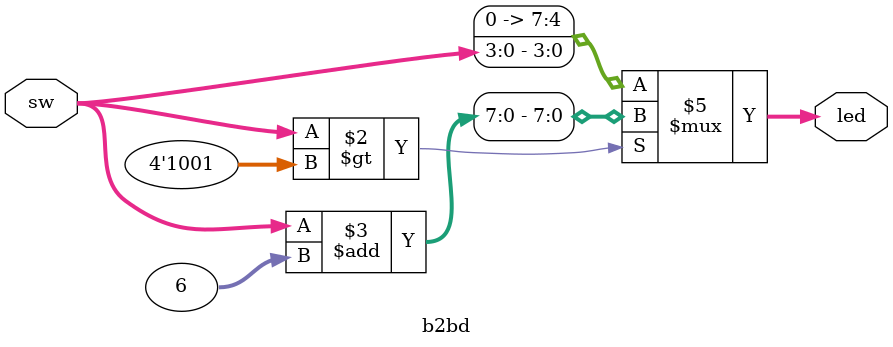
<source format=sv>
`timescale 1 ns/ 100 ps
module b2bd(sw, led);
localparam N = 4;

(* altera_attribute = "-name IO_STANDARD \"3.3-V LVCMOS\"", chip_pin = "AF10, AF9, AC12, AB12" *)
input		[N-1:0]		sw;
(* altera_attribute = "-name IO_STANDARD \"3.3-V LVCMOS\"", chip_pin = "W20, Y19, W19, W17, V18, V17, W16, V16" *)
output reg	[2*N-1:0]	led;

always @(sw)
	if (sw > {4'b1001})
		led = sw + (N*N - 10);
	else
		led = sw;

endmodule

</source>
